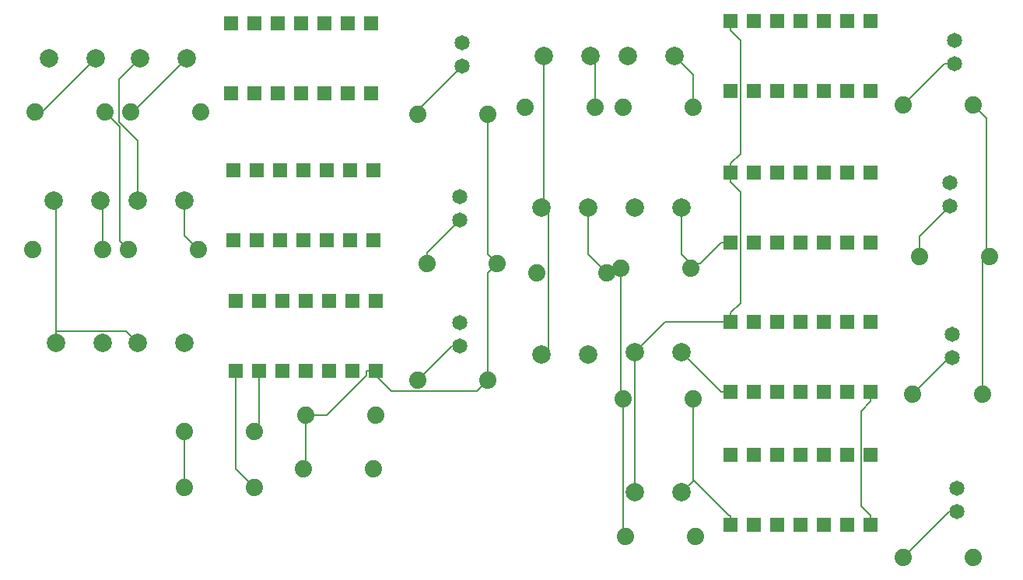
<source format=gbl>
G04 ---------------------------- Layer name :BOTTOM LAYER*
G04 EasyEDA v5.8.19, Thu, 25 Oct 2018 10:51:22 GMT*
G04 dbc5b3cf56dc4cad89515a598e4c460e*
G04 Gerber Generator version 0.2*
G04 Scale: 100 percent, Rotated: No, Reflected: No *
G04 Dimensions in millimeters *
G04 leading zeros omitted , absolute positions ,3 integer and 3 decimal *
%FSLAX33Y33*%
%MOMM*%
G90*
G71D02*

%ADD11C,0.159995*%
%ADD13R,1.600200X1.600200*%
%ADD14C,1.999996*%
%ADD15C,1.879600*%
%ADD16C,1.651000*%

%LPD*%
G54D11*
G01X1524Y60452D02*
G01X2286Y60452D01*
G01X8128Y66294D01*
G01X11938Y60452D02*
G01X12192Y60452D01*
G01X18034Y66294D01*
G01X38087Y32258D02*
G01X40304Y30040D01*
G01X49598Y30040D01*
G01X50800Y31242D01*
G01X38087Y32258D02*
G01X37566Y32258D01*
G01X38608Y32258D02*
G01X38087Y32258D01*
G01X11684Y45466D02*
G01X10756Y46393D01*
G01X10756Y58839D01*
G01X9144Y60452D01*
G01X105029Y44704D02*
G01X105029Y59817D01*
G01X103632Y61214D01*
G01X104648Y29718D02*
G01X104648Y44323D01*
G01X105029Y44704D01*
G01X105029Y44704D02*
G01X105410Y44704D01*
G01X92456Y29972D02*
G01X92456Y28930D01*
G01X92456Y15494D02*
G01X92456Y16535D01*
G01X92456Y16535D02*
G01X91414Y17579D01*
G01X91414Y27886D01*
G01X92456Y28930D01*
G01X51816Y43942D02*
G01X50800Y44958D01*
G01X50800Y60198D01*
G01X50800Y31242D02*
G01X50800Y42926D01*
G01X51816Y43942D01*
G01X65532Y29210D02*
G01X65532Y14478D01*
G01X65786Y14224D01*
G01X65278Y43434D02*
G01X65278Y29464D01*
G01X65532Y29210D01*
G01X30988Y27432D02*
G01X33261Y27432D01*
G01X37566Y31737D01*
G01X37566Y32258D01*
G01X30734Y21590D02*
G01X30988Y21844D01*
G01X30988Y27432D01*
G01X17780Y19558D02*
G01X17780Y25654D01*
G01X12700Y50800D02*
G01X12700Y57353D01*
G01X10675Y59377D01*
G01X10675Y64015D01*
G01X12954Y66294D01*
G01X77216Y70358D02*
G01X77216Y69316D01*
G01X77216Y53848D02*
G01X77216Y54889D01*
G01X77216Y54889D02*
G01X78257Y55933D01*
G01X78257Y68272D01*
G01X77216Y69316D01*
G01X77216Y53327D02*
G01X77216Y53848D01*
G01X77216Y53327D02*
G01X77216Y52806D01*
G01X77216Y37592D02*
G01X77216Y38633D01*
G01X77216Y38633D02*
G01X78257Y39677D01*
G01X78257Y51762D01*
G01X77216Y52806D01*
G01X66802Y34290D02*
G01X70104Y37592D01*
G01X77216Y37592D01*
G01X66802Y34290D02*
G01X66802Y19050D01*
G01X56896Y50038D02*
G01X57360Y49573D01*
G01X57360Y34754D01*
G01X56642Y34036D01*
G01X56642Y50038D02*
G01X56896Y50038D01*
G01X56896Y50038D02*
G01X56896Y66548D01*
G01X3810Y36583D02*
G01X3810Y35306D01*
G01X3556Y50800D02*
G01X3810Y50546D01*
G01X3810Y36583D01*
G01X3810Y36583D02*
G01X11422Y36583D01*
G01X12700Y35306D01*
G01X25400Y19558D02*
G01X23368Y21590D01*
G01X23368Y32258D01*
G01X25400Y25654D02*
G01X25908Y26162D01*
G01X25908Y32258D01*
G01X71120Y66548D02*
G01X73152Y64516D01*
G01X73152Y60960D01*
G01X61976Y66548D02*
G01X62484Y66040D01*
G01X62484Y60960D01*
G01X72898Y43942D02*
G01X73888Y43942D01*
G01X76174Y46228D01*
G01X71882Y50038D02*
G01X71882Y44958D01*
G01X72898Y43942D01*
G01X72898Y43434D02*
G01X72898Y43942D01*
G01X77216Y46228D02*
G01X76174Y46228D01*
G01X63754Y42926D02*
G01X61722Y44958D01*
G01X61722Y50038D01*
G01X77216Y29972D02*
G01X76174Y29972D01*
G01X71882Y34290D02*
G01X76174Y29997D01*
G01X76174Y29972D01*
G01X73205Y20373D02*
G01X77043Y16535D01*
G01X77216Y16535D01*
G01X73152Y29210D02*
G01X73152Y20429D01*
G01X73205Y20373D01*
G01X71882Y19050D02*
G01X73205Y20373D01*
G01X77216Y15494D02*
G01X77216Y16535D01*
G01X19304Y45466D02*
G01X17780Y46990D01*
G01X17780Y50800D01*
G01X8890Y45466D02*
G01X8890Y50546D01*
G01X8636Y50800D01*
G01X43180Y60198D02*
G01X43180Y60609D01*
G01X48006Y65435D01*
G01X96012Y61214D02*
G01X100487Y65689D01*
G01X101600Y65689D01*
G01X96012Y11938D02*
G01X100995Y16921D01*
G01X101854Y16921D01*
G01X43180Y31242D02*
G01X46893Y34955D01*
G01X47752Y34955D01*
G01X97028Y29718D02*
G01X100995Y33685D01*
G01X101346Y33685D01*
G01X97790Y44704D02*
G01X97790Y46893D01*
G01X101092Y50195D01*
G01X44196Y43942D02*
G01X44196Y45115D01*
G01X47752Y48671D01*
G54D13*
G01X22860Y62484D03*
G01X25400Y62484D03*
G01X33020Y62484D03*
G01X35560Y62484D03*
G01X27940Y62484D03*
G01X30480Y62484D03*
G01X38100Y62484D03*
G01X38100Y70104D03*
G01X35560Y70104D03*
G01X33020Y70104D03*
G01X30480Y70104D03*
G01X27940Y70104D03*
G01X25400Y70104D03*
G01X22860Y70104D03*
G01X23368Y32258D03*
G01X25908Y32258D03*
G01X33528Y32258D03*
G01X36068Y32258D03*
G01X28448Y32258D03*
G01X30988Y32258D03*
G01X38608Y32258D03*
G01X38608Y39878D03*
G01X36068Y39878D03*
G01X33528Y39878D03*
G01X30988Y39878D03*
G01X28448Y39878D03*
G01X25908Y39878D03*
G01X23368Y39878D03*
G01X77216Y62738D03*
G01X79756Y62738D03*
G01X87376Y62738D03*
G01X89916Y62738D03*
G01X82296Y62738D03*
G01X84836Y62738D03*
G01X92456Y62738D03*
G01X92456Y70358D03*
G01X89916Y70358D03*
G01X87376Y70358D03*
G01X84836Y70358D03*
G01X82296Y70358D03*
G01X79756Y70358D03*
G01X77216Y70358D03*
G01X77216Y46228D03*
G01X79756Y46228D03*
G01X87376Y46228D03*
G01X89916Y46228D03*
G01X82296Y46228D03*
G01X84836Y46228D03*
G01X92456Y46228D03*
G01X92456Y53848D03*
G01X89916Y53848D03*
G01X87376Y53848D03*
G01X84836Y53848D03*
G01X82296Y53848D03*
G01X79756Y53848D03*
G01X77216Y53848D03*
G01X77216Y29972D03*
G01X79756Y29972D03*
G01X87376Y29972D03*
G01X89916Y29972D03*
G01X82296Y29972D03*
G01X84836Y29972D03*
G01X92456Y29972D03*
G01X92456Y37592D03*
G01X89916Y37592D03*
G01X87376Y37592D03*
G01X84836Y37592D03*
G01X82296Y37592D03*
G01X79756Y37592D03*
G01X77216Y37592D03*
G01X77216Y15494D03*
G01X79756Y15494D03*
G01X87376Y15494D03*
G01X89916Y15494D03*
G01X82296Y15494D03*
G01X84836Y15494D03*
G01X92456Y15494D03*
G01X92456Y23114D03*
G01X89916Y23114D03*
G01X87376Y23114D03*
G01X84836Y23114D03*
G01X82296Y23114D03*
G01X79756Y23114D03*
G01X77216Y23114D03*
G54D14*
G01X12954Y66294D03*
G01X18034Y66294D03*
G54D15*
G01X19558Y60452D03*
G01X11938Y60452D03*
G54D14*
G01X3048Y66294D03*
G01X8128Y66294D03*
G54D15*
G01X9144Y60452D03*
G01X1524Y60452D03*
G54D14*
G01X66040Y66548D03*
G01X71120Y66548D03*
G54D15*
G01X54864Y60960D03*
G01X62484Y60960D03*
G54D14*
G01X56896Y66548D03*
G01X61976Y66548D03*
G54D15*
G01X65532Y60960D03*
G01X73152Y60960D03*
G01X65786Y14224D03*
G01X73406Y14224D03*
G54D14*
G01X66802Y19050D03*
G01X71882Y19050D03*
G54D15*
G01X65532Y29210D03*
G01X73152Y29210D03*
G54D14*
G01X66802Y50038D03*
G01X71882Y50038D03*
G54D15*
G01X65278Y43434D03*
G01X72898Y43434D03*
G54D14*
G01X56642Y50038D03*
G01X61722Y50038D03*
G54D15*
G01X56134Y42926D03*
G01X63754Y42926D03*
G54D14*
G01X66802Y34290D03*
G01X71882Y34290D03*
G54D15*
G01X30988Y27432D03*
G01X38608Y27432D03*
G54D14*
G01X56642Y34036D03*
G01X61722Y34036D03*
G54D15*
G01X30734Y21590D03*
G01X38354Y21590D03*
G54D14*
G01X12700Y35306D03*
G01X17780Y35306D03*
G54D15*
G01X17780Y25654D03*
G01X25400Y25654D03*
G54D14*
G01X3810Y35306D03*
G01X8890Y35306D03*
G54D15*
G01X17780Y19558D03*
G01X25400Y19558D03*
G54D14*
G01X12700Y50800D03*
G01X17780Y50800D03*
G54D15*
G01X11684Y45466D03*
G01X19304Y45466D03*
G54D14*
G01X3556Y50800D03*
G01X8636Y50800D03*
G54D15*
G01X1270Y45466D03*
G01X8890Y45466D03*
G54D16*
G01X48006Y67975D03*
G01X48006Y65435D03*
G54D15*
G01X43180Y60198D03*
G01X50800Y60198D03*
G54D16*
G01X101600Y68229D03*
G01X101600Y65689D03*
G54D15*
G01X96012Y61214D03*
G01X103632Y61214D03*
G54D16*
G01X101854Y19461D03*
G01X101854Y16921D03*
G54D15*
G01X96012Y11938D03*
G01X103632Y11938D03*
G54D16*
G01X47752Y37495D03*
G01X47752Y34955D03*
G54D15*
G01X43180Y31242D03*
G01X50800Y31242D03*
G54D16*
G01X101346Y36225D03*
G01X101346Y33685D03*
G54D15*
G01X97028Y29718D03*
G01X104648Y29718D03*
G54D16*
G01X101092Y52735D03*
G01X101092Y50195D03*
G54D15*
G01X97790Y44704D03*
G01X105410Y44704D03*
G54D16*
G01X47752Y51211D03*
G01X47752Y48671D03*
G54D15*
G01X44196Y43942D03*
G01X51816Y43942D03*
G54D13*
G01X23114Y46482D03*
G01X25654Y46482D03*
G01X33274Y46482D03*
G01X35814Y46482D03*
G01X28194Y46482D03*
G01X30734Y46482D03*
G01X38354Y46482D03*
G01X38354Y54102D03*
G01X35814Y54102D03*
G01X33274Y54102D03*
G01X30734Y54102D03*
G01X28194Y54102D03*
G01X25654Y54102D03*
G01X23114Y54102D03*
M00*
M02*

</source>
